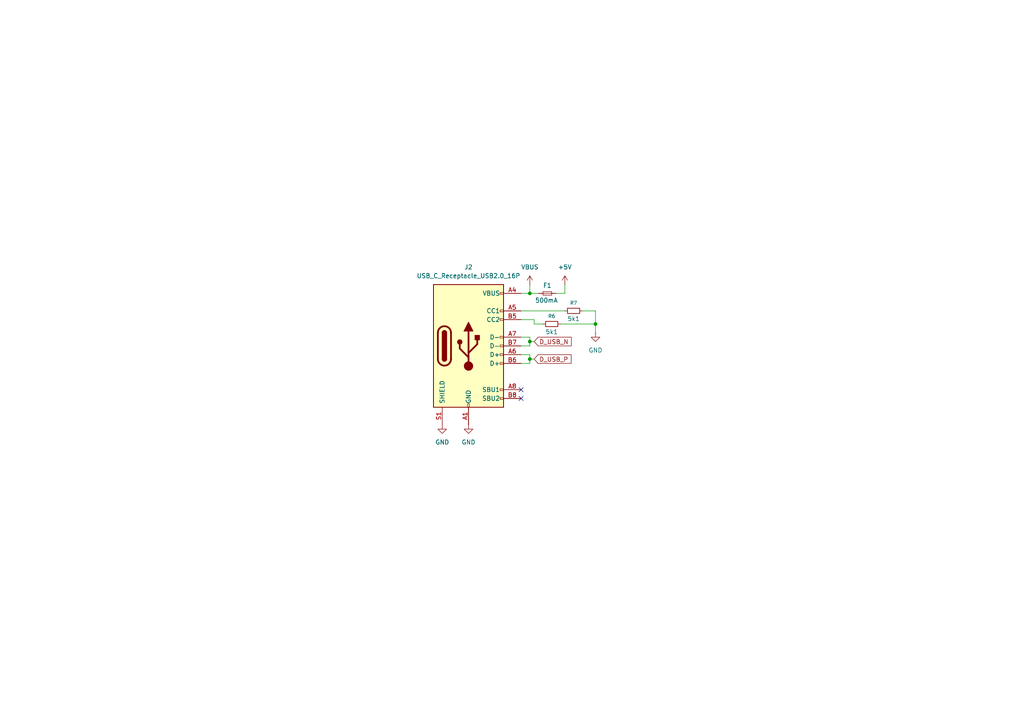
<source format=kicad_sch>
(kicad_sch (version 20250114) (generator "eeschema") (generator_version "9.0")
  (paper "A4")
  (lib_symbols
    (symbol "Connector:USB_C_Receptacle_USB2.0_16P" (pin_names (offset 1.016))
      (property "Reference" "J" (at 0 22.225 0))
      (property "Value" "USB_C_Receptacle_USB2.0_16P" (at 0 19.685 0))
      (symbol "USB_C_Receptacle_USB2.0_16P_0_0"
        (rectangle (start -0.254 -17.78) (end 0.254 -16.764))
        (rectangle (start 10.16 15.494) (end 9.144 14.986))
        (rectangle (start 10.16 10.414) (end 9.144 9.906))
        (rectangle (start 10.16 7.874) (end 9.144 7.366))
        (rectangle (start 10.16 2.794) (end 9.144 2.286))
        (rectangle (start 10.16 0.254) (end 9.144 -0.254))
        (rectangle (start 10.16 -2.286) (end 9.144 -2.794))
        (rectangle (start 10.16 -4.826) (end 9.144 -5.334))
        (rectangle (start 10.16 -12.446) (end 9.144 -12.954))
        (rectangle (start 10.16 -14.986) (end 9.144 -15.494))
      )
      (symbol "USB_C_Receptacle_USB2.0_16P_0_1"
        (rectangle (start -10.16 17.78) (end 10.16 -17.78) (stroke (width 0.254)) (fill (type background)))
        (polyline (pts (xy -8.89 -3.81) (xy -8.89 3.81)) (stroke (width 0.508)))
        (rectangle (start -7.62 -3.81) (end -6.35 3.81) (stroke (width 0.254)) (fill (type outline)))
        (arc (start -7.62 3.81) (mid -6.985 4.4423) (end -6.35 3.81) (stroke (width 0.254)))
        (arc (start -7.62 3.81) (mid -6.985 4.4423) (end -6.35 3.81) (stroke (width 0.254)) (fill (type outline)))
        (arc (start -8.89 3.81) (mid -6.985 5.7067) (end -5.08 3.81) (stroke (width 0.508)))
        (arc (start -5.08 -3.81) (mid -6.985 -5.7067) (end -8.89 -3.81) (stroke (width 0.508)))
        (arc (start -6.35 -3.81) (mid -6.985 -4.4423) (end -7.62 -3.81) (stroke (width 0.254)))
        (arc (start -6.35 -3.81) (mid -6.985 -4.4423) (end -7.62 -3.81) (stroke (width 0.254)) (fill (type outline)))
        (polyline (pts (xy -5.08 3.81) (xy -5.08 -3.81)) (stroke (width 0.508)))
        (circle (center -2.54 1.143) (radius 0.635) (stroke (width 0.254)) (fill (type outline)))
        (polyline (pts (xy -1.27 4.318) (xy 0 6.858) (xy 1.27 4.318) (xy -1.27 4.318)) (stroke (width 0.254)) (fill (type outline)))
        (polyline (pts (xy 0 -2.032) (xy 2.54 0.508) (xy 2.54 1.778)) (stroke (width 0.508)))
        (polyline (pts (xy 0 -3.302) (xy -2.54 -0.762) (xy -2.54 0.508)) (stroke (width 0.508)))
        (polyline (pts (xy 0 -5.842) (xy 0 4.318)) (stroke (width 0.508)))
        (circle (center 0 -5.842) (radius 1.27) (fill (type outline)))
        (rectangle (start 1.905 1.778) (end 3.175 3.048) (stroke (width 0.254)) (fill (type outline)))
      )
      (symbol "USB_C_Receptacle_USB2.0_16P_1_1"
        (pin passive line (at -7.62 -22.86 90) (length 5.08) (name "SHIELD") (number "S1"))
        (pin passive line (at 0 -22.86 90) (length 5.08) (name "GND") (number "A1"))
        (pin passive line (at 0 -22.86 90) (length 5.08) (hide yes) (name "GND") (number "A12"))
        (pin passive line (at 0 -22.86 90) (length 5.08) (hide yes) (name "GND") (number "B1"))
        (pin passive line (at 0 -22.86 90) (length 5.08) (hide yes) (name "GND") (number "B12"))
        (pin passive line (at 15.24 15.24 180) (length 5.08) (name "VBUS") (number "A4"))
        (pin passive line (at 15.24 15.24 180) (length 5.08) (hide yes) (name "VBUS") (number "A9"))
        (pin passive line (at 15.24 15.24 180) (length 5.08) (hide yes) (name "VBUS") (number "B4"))
        (pin passive line (at 15.24 15.24 180) (length 5.08) (hide yes) (name "VBUS") (number "B9"))
        (pin bidirectional line (at 15.24 10.16 180) (length 5.08) (name "CC1") (number "A5"))
        (pin bidirectional line (at 15.24 7.62 180) (length 5.08) (name "CC2") (number "B5"))
        (pin bidirectional line (at 15.24 2.54 180) (length 5.08) (name "D-") (number "A7"))
        (pin bidirectional line (at 15.24 0 180) (length 5.08) (name "D-") (number "B7"))
        (pin bidirectional line (at 15.24 -2.54 180) (length 5.08) (name "D+") (number "A6"))
        (pin bidirectional line (at 15.24 -5.08 180) (length 5.08) (name "D+") (number "B6"))
        (pin bidirectional line (at 15.24 -12.7 180) (length 5.08) (name "SBU1") (number "A8"))
        (pin bidirectional line (at 15.24 -15.24 180) (length 5.08) (name "SBU2") (number "B8"))
      )
    )
    (symbol "Device:Fuse_Small" (pin_numbers (hide yes)) (pin_names (offset 0.254) (hide yes))
      (property "Reference" "F" (at 0 -1.524 0))
      (property "Value" "Fuse_Small" (at 0 1.524 0))
      (symbol "Fuse_Small_0_1"
        (rectangle (start -1.27 0.508) (end 1.27 -0.508))
        (polyline (pts (xy -1.27 0) (xy 1.27 0)))
      )
      (symbol "Fuse_Small_1_1"
        (pin passive line (at -2.54 0 0) (length 1.27) (name "~") (number "1"))
        (pin passive line (at 2.54 0 180) (length 1.27) (name "~") (number "2"))
      )
    )
    (symbol "Device:R_Small" (pin_numbers (hide yes)) (pin_names (offset 0.254) (hide yes))
      (property "Reference" "R" (at 0 0 90))
      (property "Value" "R_Small" (at 1.778 0 90))
      (symbol "R_Small_0_1"
        (rectangle (start -0.762 1.778) (end 0.762 -1.778) (stroke (width 0.2032)))
      )
      (symbol "R_Small_1_1"
        (pin passive line (at 0 2.54 270) (length 0.762) (name "~") (number "1"))
        (pin passive line (at 0 -2.54 90) (length 0.762) (name "~") (number "2"))
      )
    )
    (symbol "power:+5V" (power) (pin_numbers (hide yes)) (pin_names (offset 0) (hide yes))
      (property "Value" "+5V" (at 0 3.556 0))
      (symbol "+5V_0_1"
        (polyline (pts (xy -0.762 1.27) (xy 0 2.54)))
        (polyline (pts (xy 0 2.54) (xy 0.762 1.27)))
        (polyline (pts (xy 0 0) (xy 0 2.54)))
      )
      (symbol "+5V_1_1"
        (pin power_in line (at 0 0 90) (length 0) (name "~") (number "1"))
      )
    )
    (symbol "power:GND" (power) (pin_numbers (hide yes)) (pin_names (offset 0) (hide yes))
      (property "Value" "GND" (at 0 -3.81 0))
      (symbol "GND_0_1"
        (polyline (pts (xy 0 0) (xy 0 -1.27) (xy 1.27 -1.27) (xy 0 -2.54) (xy -1.27 -1.27) (xy 0 -1.27)))
      )
      (symbol "GND_1_1"
        (pin power_in line (at 0 0 270) (length 0) (name "~") (number "1"))
      )
    )
    (symbol "power:VBUS" (power) (pin_numbers (hide yes)) (pin_names (offset 0) (hide yes))
      (property "Value" "VBUS" (at 0 3.556 0))
      (symbol "VBUS_0_1"
        (polyline (pts (xy -0.762 1.27) (xy 0 2.54)))
        (polyline (pts (xy 0 2.54) (xy 0.762 1.27)))
        (polyline (pts (xy 0 0) (xy 0 2.54)))
      )
      (symbol "VBUS_1_1"
        (pin power_in line (at 0 0 90) (length 0) (name "~") (number "1"))
      )
    )
  )
  (junction (at 153.67 85.09))
  (junction (at 153.67 104.14))
  (junction (at 153.67 99.06))
  (junction (at 172.72 93.98))
  (no_connect (at 151.13 113.03))
  (no_connect (at 151.13 115.57))
  (wire (pts (xy 153.67 97.79) (xy 153.67 99.06)))
  (wire (pts (xy 162.56 93.98) (xy 172.72 93.98)))
  (wire (pts (xy 153.67 104.14) (xy 154.94 104.14)))
  (wire (pts (xy 153.67 82.55) (xy 153.67 85.09)))
  (wire (pts (xy 153.67 104.14) (xy 153.67 105.41)))
  (wire (pts (xy 151.13 102.87) (xy 153.67 102.87)))
  (wire (pts (xy 154.94 93.98) (xy 157.48 93.98)))
  (wire (pts (xy 153.67 105.41) (xy 151.13 105.41)))
  (wire (pts (xy 151.13 85.09) (xy 153.67 85.09)))
  (wire (pts (xy 172.72 93.98) (xy 172.72 96.52)))
  (wire (pts (xy 153.67 99.06) (xy 154.94 99.06)))
  (wire (pts (xy 161.29 85.09) (xy 163.83 85.09)))
  (wire (pts (xy 151.13 92.71) (xy 154.94 92.71)))
  (wire (pts (xy 154.94 92.71) (xy 154.94 93.98)))
  (wire (pts (xy 153.67 99.06) (xy 153.67 100.33)))
  (wire (pts (xy 153.67 102.87) (xy 153.67 104.14)))
  (wire (pts (xy 151.13 97.79) (xy 153.67 97.79)))
  (wire (pts (xy 163.83 85.09) (xy 163.83 82.55)))
  (wire (pts (xy 168.91 90.17) (xy 172.72 90.17)))
  (wire (pts (xy 153.67 85.09) (xy 156.21 85.09)))
  (wire (pts (xy 151.13 90.17) (xy 163.83 90.17)))
  (wire (pts (xy 172.72 90.17) (xy 172.72 93.98)))
  (wire (pts (xy 153.67 100.33) (xy 151.13 100.33)))
  (global_label "D_USB_P" (shape input) (at 154.94 104.14 0) (property "Intersheetrefs" "${INTERSHEET_REFS}" (effects (hide yes))))
  (global_label "D_USB_N" (shape input) (at 154.94 99.06 0) (property "Intersheetrefs" "${INTERSHEET_REFS}" (effects (hide yes))))
  (symbol (lib_id "power:GND") (at 172.72 96.52 0) (unit 1)
    (property "Reference" "#PWR020" (effects (hide yes)))
    (property "Value" "GND" (at 172.72 101.6 0))
    (property "Description" "Power symbol creates a global label with name \"GND\" , ground" (effects (hide yes)))
  )
  (symbol (lib_id "Device:R_Small") (at 166.37 90.17 90) (unit 1)
    (property "Reference" "R7" (at 166.37 87.884 90) (effects (font (size 1.016 1.016))))
    (property "Value" "5k1" (at 166.37 92.456 90))
    (property "Description" "Resistor, small symbol" (effects (hide yes)))
  )
  (symbol (lib_id "Connector:USB_C_Receptacle_USB2.0_16P") (at 135.89 100.33 0) (unit 1)
    (property "Reference" "J2" (at 135.89 77.47 0))
    (property "Value" "USB_C_Receptacle_USB2.0_16P" (at 135.89 80.01 0))
    (property "Datasheet" "https://www.usb.org/sites/default/files/documents/usb_type-c.zip" (effects (hide yes)))
    (property "Description" "USB 2.0-only 16P Type-C Receptacle connector" (effects (hide yes)))
  )
  (symbol (lib_id "Device:Fuse_Small") (at 158.75 85.09 0) (unit 1)
    (property "Reference" "F1" (at 158.75 82.804 0))
    (property "Value" "500mA" (at 158.496 87.122 0))
    (property "Description" "Fuse, small symbol" (effects (hide yes)))
  )
  (symbol (lib_id "Device:R_Small") (at 160.02 93.98 90) (unit 1)
    (property "Reference" "R6" (at 160.02 91.694 90) (effects (font (size 1.016 1.016))))
    (property "Value" "5k1" (at 160.02 96.266 90))
    (property "Description" "Resistor, small symbol" (effects (hide yes)))
  )
  (symbol (lib_id "power:GND") (at 135.89 123.19 0) (unit 1)
    (property "Reference" "#PWR016" (effects (hide yes)))
    (property "Value" "GND" (at 135.89 128.27 0))
    (property "Description" "Power symbol creates a global label with name \"GND\" , ground" (effects (hide yes)))
  )
  (symbol (lib_id "power:VBUS") (at 153.67 82.55 0) (unit 1)
    (property "Reference" "#PWR019" (effects (hide yes)))
    (property "Value" "VBUS" (at 153.67 77.47 0))
    (property "Description" "Power symbol creates a global label with name \"VBUS\"" (effects (hide yes)))
  )
  (symbol (lib_id "power:GND") (at 128.27 123.19 0) (unit 1)
    (property "Reference" "#PWR017" (effects (hide yes)))
    (property "Value" "GND" (at 128.27 128.27 0))
    (property "Description" "Power symbol creates a global label with name \"GND\" , ground" (effects (hide yes)))
  )
  (symbol (lib_id "power:+5V") (at 163.83 82.55 0) (unit 1)
    (property "Reference" "#PWR018" (effects (hide yes)))
    (property "Value" "+5V" (at 163.83 77.47 0))
    (property "Description" "Power symbol creates a global label with name \"+5V\"" (effects (hide yes)))
  )
)
</source>
